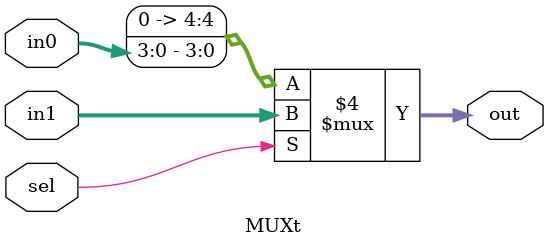
<source format=v>
module MUXt(input[3:0] in0, input[4:0] in1, input sel, output reg[4:0] out);
	always@(in0 or in1 or sel) begin
		if (sel == 0) begin
			out[4] = 0;
			out = in0;
		end
		else begin
			out = in1;
		end
	end
endmodule
</source>
